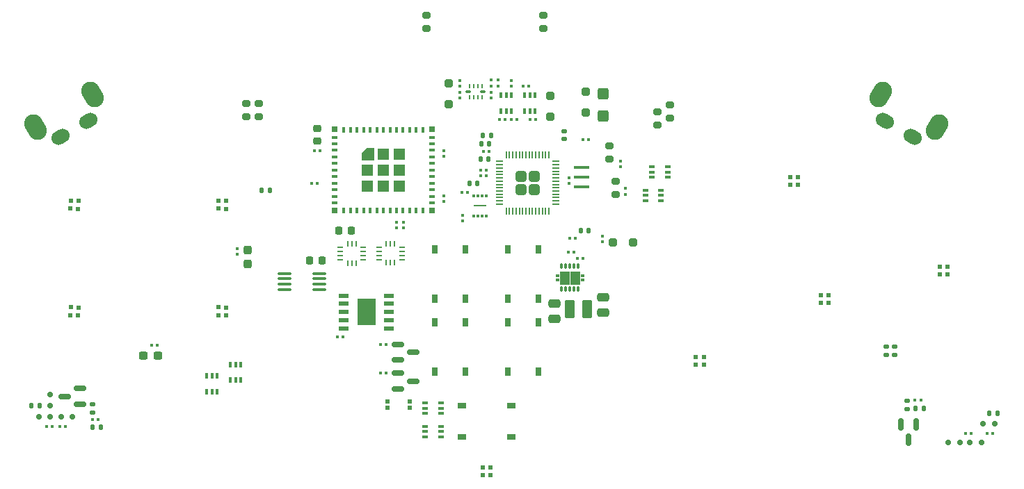
<source format=gbr>
%TF.GenerationSoftware,KiCad,Pcbnew,8.0.2*%
%TF.CreationDate,2024-07-24T16:00:10-07:00*%
%TF.ProjectId,UGC_Main_R4,5547435f-4d61-4696-9e5f-52342e6b6963,rev?*%
%TF.SameCoordinates,Original*%
%TF.FileFunction,Paste,Top*%
%TF.FilePolarity,Positive*%
%FSLAX46Y46*%
G04 Gerber Fmt 4.6, Leading zero omitted, Abs format (unit mm)*
G04 Created by KiCad (PCBNEW 8.0.2) date 2024-07-24 16:00:10*
%MOMM*%
%LPD*%
G01*
G04 APERTURE LIST*
G04 Aperture macros list*
%AMRoundRect*
0 Rectangle with rounded corners*
0 $1 Rounding radius*
0 $2 $3 $4 $5 $6 $7 $8 $9 X,Y pos of 4 corners*
0 Add a 4 corners polygon primitive as box body*
4,1,4,$2,$3,$4,$5,$6,$7,$8,$9,$2,$3,0*
0 Add four circle primitives for the rounded corners*
1,1,$1+$1,$2,$3*
1,1,$1+$1,$4,$5*
1,1,$1+$1,$6,$7*
1,1,$1+$1,$8,$9*
0 Add four rect primitives between the rounded corners*
20,1,$1+$1,$2,$3,$4,$5,0*
20,1,$1+$1,$4,$5,$6,$7,0*
20,1,$1+$1,$6,$7,$8,$9,0*
20,1,$1+$1,$8,$9,$2,$3,0*%
%AMHorizOval*
0 Thick line with rounded ends*
0 $1 width*
0 $2 $3 position (X,Y) of the first rounded end (center of the circle)*
0 $4 $5 position (X,Y) of the second rounded end (center of the circle)*
0 Add line between two ends*
20,1,$1,$2,$3,$4,$5,0*
0 Add two circle primitives to create the rounded ends*
1,1,$1,$2,$3*
1,1,$1,$4,$5*%
%AMRotRect*
0 Rectangle, with rotation*
0 The origin of the aperture is its center*
0 $1 length*
0 $2 width*
0 $3 Rotation angle, in degrees counterclockwise*
0 Add horizontal line*
21,1,$1,$2,0,0,$3*%
G04 Aperture macros list end*
%ADD10C,0.010000*%
%ADD11RoundRect,0.079500X0.100500X-0.079500X0.100500X0.079500X-0.100500X0.079500X-0.100500X-0.079500X0*%
%ADD12RoundRect,0.135000X0.135000X0.185000X-0.135000X0.185000X-0.135000X-0.185000X0.135000X-0.185000X0*%
%ADD13RoundRect,0.140000X-0.140000X-0.170000X0.140000X-0.170000X0.140000X0.170000X-0.140000X0.170000X0*%
%ADD14RoundRect,0.250000X0.475000X-0.250000X0.475000X0.250000X-0.475000X0.250000X-0.475000X-0.250000X0*%
%ADD15RoundRect,0.135000X0.185000X-0.135000X0.185000X0.135000X-0.185000X0.135000X-0.185000X-0.135000X0*%
%ADD16RoundRect,0.079500X-0.079500X-0.100500X0.079500X-0.100500X0.079500X0.100500X-0.079500X0.100500X0*%
%ADD17R,0.550000X0.500000*%
%ADD18RoundRect,0.079500X0.079500X0.100500X-0.079500X0.100500X-0.079500X-0.100500X0.079500X-0.100500X0*%
%ADD19RoundRect,0.200000X-0.275000X0.200000X-0.275000X-0.200000X0.275000X-0.200000X0.275000X0.200000X0*%
%ADD20RoundRect,0.200000X0.275000X-0.200000X0.275000X0.200000X-0.275000X0.200000X-0.275000X-0.200000X0*%
%ADD21RoundRect,0.250000X0.375000X0.850000X-0.375000X0.850000X-0.375000X-0.850000X0.375000X-0.850000X0*%
%ADD22RoundRect,0.150000X0.150000X0.200000X-0.150000X0.200000X-0.150000X-0.200000X0.150000X-0.200000X0*%
%ADD23RoundRect,0.079500X-0.100500X0.079500X-0.100500X-0.079500X0.100500X-0.079500X0.100500X0.079500X0*%
%ADD24R,0.745000X0.280000*%
%ADD25R,0.280000X0.745000*%
%ADD26RoundRect,0.135000X-0.135000X-0.185000X0.135000X-0.185000X0.135000X0.185000X-0.135000X0.185000X0*%
%ADD27RoundRect,0.225000X-0.225000X-0.250000X0.225000X-0.250000X0.225000X0.250000X-0.225000X0.250000X0*%
%ADD28RoundRect,0.050000X0.075000X-0.225000X0.075000X0.225000X-0.075000X0.225000X-0.075000X-0.225000X0*%
%ADD29RoundRect,0.050000X0.050000X-0.225000X0.050000X0.225000X-0.050000X0.225000X-0.050000X-0.225000X0*%
%ADD30RoundRect,0.050000X0.250000X-0.100000X0.250000X0.100000X-0.250000X0.100000X-0.250000X-0.100000X0*%
%ADD31RoundRect,0.150000X-0.587500X-0.150000X0.587500X-0.150000X0.587500X0.150000X-0.587500X0.150000X0*%
%ADD32RoundRect,0.150000X0.587500X0.150000X-0.587500X0.150000X-0.587500X-0.150000X0.587500X-0.150000X0*%
%ADD33RoundRect,0.250000X-0.425000X0.450000X-0.425000X-0.450000X0.425000X-0.450000X0.425000X0.450000X0*%
%ADD34RoundRect,0.135000X-0.185000X0.135000X-0.185000X-0.135000X0.185000X-0.135000X0.185000X0.135000X0*%
%ADD35RotRect,0.550000X0.550000X357.000000*%
%ADD36R,1.300000X0.600000*%
%ADD37R,2.300000X3.200000*%
%ADD38RoundRect,0.140000X0.140000X0.170000X-0.140000X0.170000X-0.140000X-0.170000X0.140000X-0.170000X0*%
%ADD39R,0.550000X0.550000*%
%ADD40RoundRect,0.140000X-0.170000X0.140000X-0.170000X-0.140000X0.170000X-0.140000X0.170000X0.140000X0*%
%ADD41RoundRect,0.250000X-0.475000X0.250000X-0.475000X-0.250000X0.475000X-0.250000X0.475000X0.250000X0*%
%ADD42HorizOval,2.250000X-0.250000X0.433013X0.250000X-0.433013X0*%
%ADD43HorizOval,1.700000X0.259808X0.150000X-0.259808X-0.150000X0*%
%ADD44RoundRect,0.150000X-0.200000X0.150000X-0.200000X-0.150000X0.200000X-0.150000X0.200000X0.150000X0*%
%ADD45HorizOval,2.250000X-0.250000X-0.433013X0.250000X0.433013X0*%
%ADD46HorizOval,1.700000X0.259808X-0.150000X-0.259808X0.150000X0*%
%ADD47RoundRect,0.150000X-0.150000X-0.200000X0.150000X-0.200000X0.150000X0.200000X-0.150000X0.200000X0*%
%ADD48R,0.750000X1.000000*%
%ADD49RoundRect,0.150000X-0.150000X0.587500X-0.150000X-0.587500X0.150000X-0.587500X0.150000X0.587500X0*%
%ADD50RoundRect,0.100000X-0.225000X-0.100000X0.225000X-0.100000X0.225000X0.100000X-0.225000X0.100000X0*%
%ADD51RoundRect,0.249999X0.395001X-0.395001X0.395001X0.395001X-0.395001X0.395001X-0.395001X-0.395001X0*%
%ADD52RoundRect,0.050000X0.050000X-0.387500X0.050000X0.387500X-0.050000X0.387500X-0.050000X-0.387500X0*%
%ADD53RoundRect,0.050000X0.387500X-0.050000X0.387500X0.050000X-0.387500X0.050000X-0.387500X-0.050000X0*%
%ADD54RoundRect,0.250000X0.250000X-0.250000X0.250000X0.250000X-0.250000X0.250000X-0.250000X-0.250000X0*%
%ADD55RoundRect,0.100000X0.100000X-0.225000X0.100000X0.225000X-0.100000X0.225000X-0.100000X-0.225000X0*%
%ADD56RoundRect,0.100000X-0.712500X-0.100000X0.712500X-0.100000X0.712500X0.100000X-0.712500X0.100000X0*%
%ADD57RoundRect,0.100000X0.225000X0.100000X-0.225000X0.100000X-0.225000X-0.100000X0.225000X-0.100000X0*%
%ADD58R,1.000000X0.750000*%
%ADD59R,1.900000X0.400000*%
%ADD60RoundRect,0.237500X-0.300000X-0.237500X0.300000X-0.237500X0.300000X0.237500X-0.300000X0.237500X0*%
%ADD61RoundRect,0.225000X0.250000X-0.225000X0.250000X0.225000X-0.250000X0.225000X-0.250000X-0.225000X0*%
%ADD62RoundRect,0.250000X-0.250000X0.250000X-0.250000X-0.250000X0.250000X-0.250000X0.250000X0.250000X0*%
%ADD63RoundRect,0.237500X0.237500X-0.300000X0.237500X0.300000X-0.237500X0.300000X-0.237500X-0.300000X0*%
%ADD64R,0.800000X0.400000*%
%ADD65R,0.400000X0.800000*%
%ADD66R,1.450000X1.450000*%
%ADD67R,0.700000X0.700000*%
%ADD68RoundRect,0.007200X0.112800X-0.292800X0.112800X0.292800X-0.112800X0.292800X-0.112800X-0.292800X0*%
%ADD69RoundRect,0.250000X0.250000X0.250000X-0.250000X0.250000X-0.250000X-0.250000X0.250000X-0.250000X0*%
%ADD70R,0.300000X0.400000*%
%ADD71R,1.600000X0.200000*%
G04 APERTURE END LIST*
D10*
%TO.C,U1*%
X204711000Y-104629800D02*
X203261000Y-104629800D01*
X203261000Y-103779800D01*
X203861000Y-103179800D01*
X204711000Y-103179800D01*
X204711000Y-104629800D01*
G36*
X204711000Y-104629800D02*
G01*
X203261000Y-104629800D01*
X203261000Y-103779800D01*
X203861000Y-103179800D01*
X204711000Y-103179800D01*
X204711000Y-104629800D01*
G37*
%TO.C,U4*%
X227265400Y-118848600D02*
X226925400Y-118848600D01*
X226925400Y-118598600D01*
X227265400Y-118598600D01*
X227265400Y-118848600D01*
G36*
X227265400Y-118848600D02*
G01*
X226925400Y-118848600D01*
X226925400Y-118598600D01*
X227265400Y-118598600D01*
X227265400Y-118848600D01*
G37*
X227265400Y-119348600D02*
X226925400Y-119348600D01*
X226925400Y-119098600D01*
X227265400Y-119098600D01*
X227265400Y-119348600D01*
G36*
X227265400Y-119348600D02*
G01*
X226925400Y-119348600D01*
X226925400Y-119098600D01*
X227265400Y-119098600D01*
X227265400Y-119348600D01*
G37*
X228525400Y-119723600D02*
X227465400Y-119723600D01*
X227465400Y-118223600D01*
X228525400Y-118223600D01*
X228525400Y-119723600D01*
G36*
X228525400Y-119723600D02*
G01*
X227465400Y-119723600D01*
X227465400Y-118223600D01*
X228525400Y-118223600D01*
X228525400Y-119723600D01*
G37*
X229785400Y-119723600D02*
X228725400Y-119723600D01*
X228725400Y-118223600D01*
X229785400Y-118223600D01*
X229785400Y-119723600D01*
G36*
X229785400Y-119723600D02*
G01*
X228725400Y-119723600D01*
X228725400Y-118223600D01*
X229785400Y-118223600D01*
X229785400Y-119723600D01*
G37*
X230325400Y-118848600D02*
X229985400Y-118848600D01*
X229985400Y-118598600D01*
X230325400Y-118598600D01*
X230325400Y-118848600D01*
G36*
X230325400Y-118848600D02*
G01*
X229985400Y-118848600D01*
X229985400Y-118598600D01*
X230325400Y-118598600D01*
X230325400Y-118848600D01*
G37*
X230325400Y-119348600D02*
X229985400Y-119348600D01*
X229985400Y-119098600D01*
X230325400Y-119098600D01*
X230325400Y-119348600D01*
G36*
X230325400Y-119348600D02*
G01*
X229985400Y-119348600D01*
X229985400Y-119098600D01*
X230325400Y-119098600D01*
X230325400Y-119348600D01*
G37*
%TD*%
D11*
%TO.C,R30*%
X219049600Y-95595000D03*
X219049600Y-94905000D03*
%TD*%
D12*
%TO.C,R39*%
X271731200Y-134899400D03*
X270711200Y-134899400D03*
%TD*%
D13*
%TO.C,C17*%
X229974200Y-113207800D03*
X230934200Y-113207800D03*
%TD*%
D14*
%TO.C,C4*%
X232714800Y-123251000D03*
X232714800Y-121351000D03*
%TD*%
D15*
%TO.C,R35*%
X268122400Y-128373600D03*
X268122400Y-127353600D03*
%TD*%
D16*
%TO.C,R1*%
X177759800Y-127203200D03*
X178449800Y-127203200D03*
%TD*%
D17*
%TO.C,SW16*%
X206451200Y-134048600D03*
X206451200Y-134848600D03*
X209101200Y-134048600D03*
X209101200Y-134848600D03*
%TD*%
D18*
%TO.C,C26*%
X280075200Y-137922000D03*
X279385200Y-137922000D03*
%TD*%
D11*
%TO.C,R8*%
X213309200Y-109717400D03*
X213309200Y-109027400D03*
%TD*%
D18*
%TO.C,R5*%
X230926200Y-102108000D03*
X230236200Y-102108000D03*
%TD*%
D19*
%TO.C,R22*%
X225430000Y-86985000D03*
X225430000Y-88635000D03*
%TD*%
D18*
%TO.C,C27*%
X277509800Y-137922000D03*
X276819800Y-137922000D03*
%TD*%
D20*
%TO.C,R38*%
X240817400Y-99529400D03*
X240817400Y-97879400D03*
%TD*%
D16*
%TO.C,C33*%
X164907400Y-137083800D03*
X165597400Y-137083800D03*
%TD*%
D21*
%TO.C,L5*%
X230767200Y-122783600D03*
X228617200Y-122783600D03*
%TD*%
D16*
%TO.C,R6*%
X217788900Y-106566900D03*
X218478900Y-106566900D03*
%TD*%
D11*
%TO.C,C15*%
X234797600Y-105424800D03*
X234797600Y-104734800D03*
%TD*%
D22*
%TO.C,D7*%
X166686000Y-135940800D03*
X168086000Y-135940800D03*
%TD*%
D23*
%TO.C,R12*%
X228498400Y-106792200D03*
X228498400Y-107482200D03*
%TD*%
D24*
%TO.C,U10*%
X203487600Y-116777200D03*
X203487600Y-116277200D03*
X203487600Y-115777200D03*
X203487600Y-115277200D03*
D25*
X202589600Y-114879200D03*
X202089600Y-114879200D03*
X201589600Y-114879200D03*
D24*
X200691600Y-115277200D03*
X200691600Y-115777200D03*
X200691600Y-116277200D03*
X200691600Y-116777200D03*
D25*
X201589600Y-117175200D03*
X202089600Y-117175200D03*
X202589600Y-117175200D03*
%TD*%
D23*
%TO.C,C22*%
X215278400Y-96392800D03*
X215278400Y-97082800D03*
%TD*%
D26*
%TO.C,R41*%
X279677400Y-135509000D03*
X280697400Y-135509000D03*
%TD*%
D27*
%TO.C,C12*%
X200494600Y-113233200D03*
X202044600Y-113233200D03*
%TD*%
D28*
%TO.C,U13*%
X216408000Y-96955600D03*
D29*
X216908000Y-96955600D03*
X217408000Y-96955600D03*
D28*
X217908000Y-96955600D03*
D30*
X218058000Y-96280600D03*
D28*
X217908000Y-95605600D03*
D29*
X217408000Y-95605600D03*
X216908000Y-95605600D03*
D28*
X216408000Y-95605600D03*
D30*
X216258000Y-96280600D03*
%TD*%
D31*
%TO.C,Q1*%
X207675000Y-127116800D03*
X207675000Y-129016800D03*
X209550000Y-128066800D03*
%TD*%
D18*
%TO.C,C11*%
X216170000Y-108550000D03*
X215480000Y-108550000D03*
%TD*%
D32*
%TO.C,Q5*%
X169011600Y-134391400D03*
X169011600Y-132491400D03*
X167136600Y-133441400D03*
%TD*%
D33*
%TO.C,C3*%
X232664000Y-96541600D03*
X232664000Y-99241600D03*
%TD*%
D19*
%TO.C,R21*%
X211140000Y-86965000D03*
X211140000Y-88615000D03*
%TD*%
D23*
%TO.C,R9*%
X213258400Y-103490200D03*
X213258400Y-104180200D03*
%TD*%
D34*
%TO.C,R34*%
X267106400Y-127353600D03*
X267106400Y-128373600D03*
%TD*%
D18*
%TO.C,R3*%
X230219870Y-116613394D03*
X229529870Y-116613394D03*
%TD*%
D35*
%TO.C,L2*%
X167834453Y-110533889D03*
X168783151Y-110583609D03*
X168832871Y-109634911D03*
X167884173Y-109585191D03*
%TD*%
D18*
%TO.C,R17*%
X206237400Y-130606800D03*
X205547400Y-130606800D03*
%TD*%
D19*
%TO.C,R37*%
X239293400Y-98743000D03*
X239293400Y-100393000D03*
%TD*%
D16*
%TO.C,C32*%
X170520800Y-136271000D03*
X171210800Y-136271000D03*
%TD*%
%TO.C,R16*%
X205547400Y-127152400D03*
X206237400Y-127152400D03*
%TD*%
D36*
%TO.C,U12*%
X206617200Y-125164600D03*
X206617200Y-124164600D03*
X206617200Y-123164600D03*
X206617200Y-122164600D03*
X206617200Y-121164600D03*
X201117200Y-121164600D03*
X201117200Y-122164600D03*
X201117200Y-123164600D03*
X201117200Y-124164600D03*
X201117200Y-125164600D03*
D37*
X203867200Y-123164600D03*
%TD*%
D16*
%TO.C,R20*%
X197216200Y-107442000D03*
X197906200Y-107442000D03*
%TD*%
D38*
%TO.C,C8*%
X218818400Y-102666800D03*
X217858400Y-102666800D03*
%TD*%
D23*
%TO.C,C21*%
X219049600Y-96378200D03*
X219049600Y-97068200D03*
%TD*%
D35*
%TO.C,L1*%
X185834453Y-110533889D03*
X186783151Y-110583609D03*
X186832871Y-109634911D03*
X185884173Y-109585191D03*
%TD*%
D39*
%TO.C,L12*%
X259158657Y-122059400D03*
X260108657Y-122059400D03*
X260108657Y-121109400D03*
X259158657Y-121109400D03*
%TD*%
D22*
%TO.C,D14*%
X278928600Y-136779000D03*
X280328600Y-136779000D03*
%TD*%
D18*
%TO.C,R25*%
X222188600Y-99720400D03*
X221498600Y-99720400D03*
%TD*%
D40*
%TO.C,C5*%
X227914200Y-101094600D03*
X227914200Y-102054600D03*
%TD*%
D20*
%TO.C,R36*%
X189255400Y-99377000D03*
X189255400Y-97727000D03*
%TD*%
D41*
%TO.C,C23*%
X226720400Y-122087600D03*
X226720400Y-123987600D03*
%TD*%
D26*
%TO.C,R11*%
X191107600Y-108356400D03*
X192127600Y-108356400D03*
%TD*%
D19*
%TO.C,R4*%
X190804800Y-97727000D03*
X190804800Y-99377000D03*
%TD*%
D23*
%TO.C,R18*%
X208381600Y-112227800D03*
X208381600Y-112917800D03*
%TD*%
%TO.C,R29*%
X215278400Y-94919600D03*
X215278400Y-95609600D03*
%TD*%
D42*
%TO.C,SW7*%
X163618112Y-100644336D03*
X170546316Y-96644336D03*
D43*
X166643465Y-101784400D03*
X170020963Y-99834400D03*
%TD*%
D12*
%TO.C,R33*%
X164136800Y-134594600D03*
X163116800Y-134594600D03*
%TD*%
D44*
%TO.C,D6*%
X165354000Y-134583400D03*
X165354000Y-133183400D03*
%TD*%
D45*
%TO.C,SW8*%
X266420998Y-96644336D03*
X273349202Y-100644336D03*
D46*
X266946351Y-99834400D03*
X270323849Y-101784400D03*
%TD*%
D47*
%TO.C,D16*%
X276112200Y-139039600D03*
X274712200Y-139039600D03*
%TD*%
D48*
%TO.C,SW17*%
X215921157Y-115516400D03*
X215921157Y-121516400D03*
X212171157Y-115516400D03*
X212171157Y-121516400D03*
%TD*%
D18*
%TO.C,C6*%
X218835800Y-103581200D03*
X218145800Y-103581200D03*
%TD*%
D11*
%TO.C,R19*%
X207518000Y-112933000D03*
X207518000Y-112243000D03*
%TD*%
D27*
%TO.C,C13*%
X196938600Y-116840000D03*
X198488600Y-116840000D03*
%TD*%
D49*
%TO.C,Q6*%
X270788300Y-136829800D03*
X268888300Y-136829800D03*
X269838300Y-138704800D03*
%TD*%
D16*
%TO.C,R23*%
X223784600Y-99720400D03*
X224474600Y-99720400D03*
%TD*%
D23*
%TO.C,R28*%
X221538800Y-94955800D03*
X221538800Y-95645800D03*
%TD*%
D11*
%TO.C,R10*%
X215595200Y-112079600D03*
X215595200Y-111389600D03*
%TD*%
D50*
%TO.C,D13*%
X211038400Y-137080900D03*
X211038400Y-137730900D03*
X211038400Y-138380900D03*
X212938400Y-138380900D03*
X212938400Y-137730900D03*
X212938400Y-137080900D03*
%TD*%
D51*
%TO.C,U8*%
X222684800Y-108208100D03*
X224284800Y-108208100D03*
X222684800Y-106608100D03*
X224284800Y-106608100D03*
D52*
X220884800Y-110845600D03*
X221284800Y-110845600D03*
X221684800Y-110845600D03*
X222084800Y-110845600D03*
X222484800Y-110845600D03*
X222884800Y-110845600D03*
X223284800Y-110845600D03*
X223684800Y-110845600D03*
X224084800Y-110845600D03*
X224484800Y-110845600D03*
X224884800Y-110845600D03*
X225284800Y-110845600D03*
X225684800Y-110845600D03*
X226084800Y-110845600D03*
D53*
X226922300Y-110008100D03*
X226922300Y-109608100D03*
X226922300Y-109208100D03*
X226922300Y-108808100D03*
X226922300Y-108408100D03*
X226922300Y-108008100D03*
X226922300Y-107608100D03*
X226922300Y-107208100D03*
X226922300Y-106808100D03*
X226922300Y-106408100D03*
X226922300Y-106008100D03*
X226922300Y-105608100D03*
X226922300Y-105208100D03*
X226922300Y-104808100D03*
D52*
X226084800Y-103970600D03*
X225684800Y-103970600D03*
X225284800Y-103970600D03*
X224884800Y-103970600D03*
X224484800Y-103970600D03*
X224084800Y-103970600D03*
X223684800Y-103970600D03*
X223284800Y-103970600D03*
X222884800Y-103970600D03*
X222484800Y-103970600D03*
X222084800Y-103970600D03*
X221684800Y-103970600D03*
X221284800Y-103970600D03*
X220884800Y-103970600D03*
D53*
X220047300Y-104808100D03*
X220047300Y-105208100D03*
X220047300Y-105608100D03*
X220047300Y-106008100D03*
X220047300Y-106408100D03*
X220047300Y-106808100D03*
X220047300Y-107208100D03*
X220047300Y-107608100D03*
X220047300Y-108008100D03*
X220047300Y-108408100D03*
X220047300Y-108808100D03*
X220047300Y-109208100D03*
X220047300Y-109608100D03*
X220047300Y-110008100D03*
%TD*%
D39*
%TO.C,L13*%
X273671617Y-118569002D03*
X274621617Y-118569002D03*
X274621617Y-117619002D03*
X273671617Y-117619002D03*
%TD*%
D16*
%TO.C,R7*%
X217788900Y-105855700D03*
X218478900Y-105855700D03*
%TD*%
%TO.C,R26*%
X222971800Y-95656400D03*
X223661800Y-95656400D03*
%TD*%
D34*
%TO.C,R40*%
X269671800Y-133983000D03*
X269671800Y-135003000D03*
%TD*%
D35*
%TO.C,L4*%
X185834453Y-123533889D03*
X186783151Y-123583609D03*
X186832871Y-122634911D03*
X185884173Y-122585191D03*
%TD*%
D47*
%TO.C,D3*%
X165393600Y-135940800D03*
X163993600Y-135940800D03*
%TD*%
D19*
%TO.C,R14*%
X234188000Y-107226600D03*
X234188000Y-108876600D03*
%TD*%
D54*
%TO.C,D2*%
X213868000Y-97820800D03*
X213868000Y-95320800D03*
%TD*%
D55*
%TO.C,D8*%
X184414400Y-132842000D03*
X185064400Y-132842000D03*
X185714400Y-132842000D03*
X185714400Y-130942000D03*
X185064400Y-130942000D03*
X184414400Y-130942000D03*
%TD*%
D13*
%TO.C,C10*%
X217779600Y-104495600D03*
X218739600Y-104495600D03*
%TD*%
D56*
%TO.C,U6*%
X193924700Y-118455800D03*
X193924700Y-119105800D03*
X193924700Y-119755800D03*
X193924700Y-120405800D03*
X198149700Y-120405800D03*
X198149700Y-119755800D03*
X198149700Y-119105800D03*
X198149700Y-118455800D03*
%TD*%
D18*
%TO.C,C16*%
X229300600Y-114198400D03*
X228610600Y-114198400D03*
%TD*%
%TO.C,C18*%
X201030400Y-126161800D03*
X200340400Y-126161800D03*
%TD*%
%TO.C,R24*%
X220715400Y-99720400D03*
X220025400Y-99720400D03*
%TD*%
D57*
%TO.C,D5*%
X240527800Y-106745800D03*
X240527800Y-106095800D03*
X240527800Y-105445800D03*
X238627800Y-105445800D03*
X238627800Y-106095800D03*
X238627800Y-106745800D03*
%TD*%
D58*
%TO.C,SW5*%
X221483657Y-138353800D03*
X215483657Y-138353800D03*
X221483657Y-134603800D03*
X215483657Y-134603800D03*
%TD*%
D11*
%TO.C,R2*%
X188112400Y-116118200D03*
X188112400Y-115428200D03*
%TD*%
D47*
%TO.C,D15*%
X278703000Y-139039600D03*
X277303000Y-139039600D03*
%TD*%
D59*
%TO.C,Y1*%
X230073200Y-107905400D03*
X230073200Y-106705400D03*
X230073200Y-105505400D03*
%TD*%
D50*
%TO.C,D12*%
X211038400Y-134221000D03*
X211038400Y-134871000D03*
X211038400Y-135521000D03*
X212938400Y-135521000D03*
X212938400Y-134871000D03*
X212938400Y-134221000D03*
%TD*%
D60*
%TO.C,C1*%
X176734300Y-128473200D03*
X178459300Y-128473200D03*
%TD*%
D48*
%TO.C,SW18*%
X221046157Y-130391400D03*
X221046157Y-124391400D03*
X224796157Y-130391400D03*
X224796157Y-124391400D03*
%TD*%
D38*
%TO.C,C7*%
X219021600Y-101650800D03*
X218061600Y-101650800D03*
%TD*%
D39*
%TO.C,L10*%
X243982313Y-129617540D03*
X244932313Y-129617540D03*
X244932313Y-128667540D03*
X243982313Y-128667540D03*
%TD*%
D61*
%TO.C,C19*%
X197866000Y-102324200D03*
X197866000Y-100774200D03*
%TD*%
D23*
%TO.C,R27*%
X219862400Y-94905000D03*
X219862400Y-95595000D03*
%TD*%
D16*
%TO.C,C25*%
X270647600Y-133934200D03*
X271337600Y-133934200D03*
%TD*%
%TO.C,C20*%
X197521000Y-103479600D03*
X198211000Y-103479600D03*
%TD*%
D62*
%TO.C,D10*%
X226212400Y-96844800D03*
X226212400Y-99344800D03*
%TD*%
D63*
%TO.C,C2*%
X189382400Y-117296100D03*
X189382400Y-115571100D03*
%TD*%
D16*
%TO.C,C34*%
X166533000Y-137083800D03*
X167223000Y-137083800D03*
%TD*%
D48*
%TO.C,SW19*%
X215921157Y-124391400D03*
X215921157Y-130391400D03*
X212171157Y-124391400D03*
X212171157Y-130391400D03*
%TD*%
D55*
%TO.C,D11*%
X187310000Y-131455200D03*
X187960000Y-131455200D03*
X188610000Y-131455200D03*
X188610000Y-129555200D03*
X187960000Y-129555200D03*
X187310000Y-129555200D03*
%TD*%
D31*
%TO.C,Q2*%
X207698100Y-130622000D03*
X207698100Y-132522000D03*
X209573100Y-131572000D03*
%TD*%
D64*
%TO.C,U1*%
X200036000Y-101854800D03*
X200036000Y-102654800D03*
X200036000Y-103454800D03*
X200036000Y-104254800D03*
X200036000Y-105054800D03*
X200036000Y-105854800D03*
X200036000Y-106654800D03*
X200036000Y-107454800D03*
X200036000Y-108254800D03*
X200036000Y-109054800D03*
X200036000Y-109854800D03*
D65*
X201136000Y-110754800D03*
X201936000Y-110754800D03*
X202736000Y-110754800D03*
X203536000Y-110754800D03*
X204336000Y-110754800D03*
X205136000Y-110754800D03*
X205936000Y-110754800D03*
X206736000Y-110754800D03*
X207536000Y-110754800D03*
X208336000Y-110754800D03*
X209136000Y-110754800D03*
X209936000Y-110754800D03*
X210736000Y-110754800D03*
D64*
X211836000Y-109854800D03*
X211836000Y-109054800D03*
X211836000Y-108254800D03*
X211836000Y-107454800D03*
X211836000Y-106654800D03*
X211836000Y-105854800D03*
X211836000Y-105054800D03*
X211836000Y-104254800D03*
X211836000Y-103454800D03*
X211836000Y-102654800D03*
X211836000Y-101854800D03*
D65*
X210736000Y-100954800D03*
X209936000Y-100954800D03*
X209136000Y-100954800D03*
X208336000Y-100954800D03*
X207536000Y-100954800D03*
X206736000Y-100954800D03*
X205936000Y-100954800D03*
X205136000Y-100954800D03*
X204336000Y-100954800D03*
X203536000Y-100954800D03*
X202736000Y-100954800D03*
X201936000Y-100954800D03*
X201136000Y-100954800D03*
D66*
X205936000Y-105854800D03*
D67*
X211886000Y-100904800D03*
X211886000Y-110804800D03*
X199986000Y-110804800D03*
X199986000Y-100904800D03*
D66*
X203986000Y-105854800D03*
X203986000Y-107804800D03*
X205936000Y-107804800D03*
X207886000Y-107804800D03*
X207886000Y-105854800D03*
X207886000Y-103904800D03*
X205936000Y-103904800D03*
%TD*%
D16*
%TO.C,C24*%
X228406576Y-115848352D03*
X229096576Y-115848352D03*
%TD*%
D19*
%TO.C,R13*%
X233476800Y-102883200D03*
X233476800Y-104533200D03*
%TD*%
D23*
%TO.C,C14*%
X235356400Y-108113000D03*
X235356400Y-108803000D03*
%TD*%
D39*
%TO.C,L11*%
X255416532Y-107687626D03*
X256366532Y-107687626D03*
X256366532Y-106737626D03*
X255416532Y-106737626D03*
%TD*%
D13*
%TO.C,C9*%
X216390000Y-107450000D03*
X217350000Y-107450000D03*
%TD*%
D11*
%TO.C,R15*%
X232613200Y-114594200D03*
X232613200Y-113904200D03*
%TD*%
D12*
%TO.C,R31*%
X171553600Y-137210800D03*
X170533600Y-137210800D03*
%TD*%
D24*
%TO.C,U5*%
X208178400Y-116763800D03*
X208178400Y-116263800D03*
X208178400Y-115763800D03*
X208178400Y-115263800D03*
D25*
X207280400Y-114865800D03*
X206780400Y-114865800D03*
X206280400Y-114865800D03*
D24*
X205382400Y-115263800D03*
X205382400Y-115763800D03*
X205382400Y-116263800D03*
X205382400Y-116763800D03*
D25*
X206280400Y-117161800D03*
X206780400Y-117161800D03*
X207280400Y-117161800D03*
%TD*%
D68*
%TO.C,U4*%
X227625400Y-120373600D03*
X228125400Y-120373600D03*
X228625400Y-120373600D03*
X229125400Y-120373600D03*
X229625400Y-120373600D03*
X229625400Y-117573600D03*
X229125400Y-117573600D03*
X228625400Y-117573600D03*
X228125400Y-117573600D03*
X227625400Y-117573600D03*
%TD*%
D15*
%TO.C,R32*%
X170535600Y-135409400D03*
X170535600Y-134389400D03*
%TD*%
D55*
%TO.C,Q4*%
X220228400Y-98638400D03*
X220878400Y-98638400D03*
X221528400Y-98638400D03*
X221528400Y-96738400D03*
X220878400Y-96738400D03*
X220228400Y-96738400D03*
%TD*%
D48*
%TO.C,SW9*%
X221046157Y-121516400D03*
X221046157Y-115516400D03*
X224796157Y-121516400D03*
X224796157Y-115516400D03*
%TD*%
D35*
%TO.C,L3*%
X167834453Y-123533889D03*
X168783151Y-123583609D03*
X168832871Y-122634911D03*
X167884173Y-122585191D03*
%TD*%
D54*
%TO.C,D9*%
X230581200Y-98836800D03*
X230581200Y-96336800D03*
%TD*%
D55*
%TO.C,Q3*%
X223124000Y-98638400D03*
X223774000Y-98638400D03*
X224424000Y-98638400D03*
X224424000Y-96738400D03*
X223774000Y-96738400D03*
X223124000Y-96738400D03*
%TD*%
D57*
%TO.C,D4*%
X239710000Y-109605600D03*
X239710000Y-108955600D03*
X239710000Y-108305600D03*
X237810000Y-108305600D03*
X237810000Y-108955600D03*
X237810000Y-109605600D03*
%TD*%
D39*
%TO.C,L6*%
X218008657Y-143038600D03*
X218958657Y-143038600D03*
X218958657Y-142088600D03*
X218008657Y-142088600D03*
%TD*%
D69*
%TO.C,D1*%
X236352400Y-114706400D03*
X233852400Y-114706400D03*
%TD*%
D70*
%TO.C,U9*%
X216939993Y-111424008D03*
X217439993Y-111424008D03*
X217939993Y-111424008D03*
X218439993Y-111424008D03*
X218439993Y-109024008D03*
X217939993Y-109024008D03*
X217439993Y-109024008D03*
X216939993Y-109024008D03*
D71*
X217689993Y-110224008D03*
%TD*%
M02*

</source>
